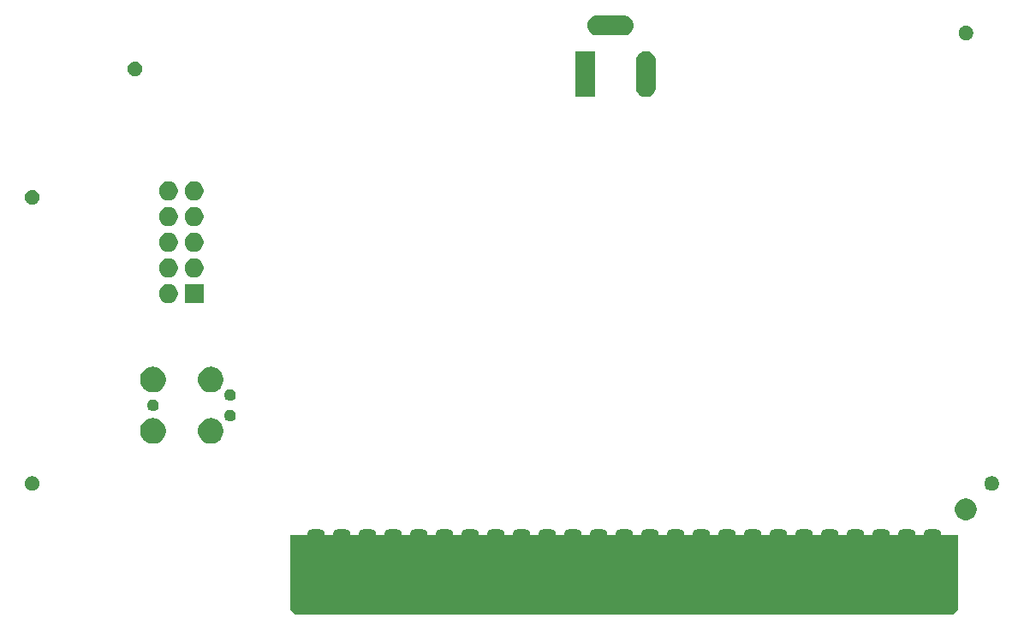
<source format=gbs>
G04 #@! TF.GenerationSoftware,KiCad,Pcbnew,(5.1.5-0-10_14)*
G04 #@! TF.CreationDate,2020-10-17T17:20:31-04:00*
G04 #@! TF.ProjectId,GR8RAM,47523852-414d-42e6-9b69-6361645f7063,rev?*
G04 #@! TF.SameCoordinates,Original*
G04 #@! TF.FileFunction,Soldermask,Bot*
G04 #@! TF.FilePolarity,Negative*
%FSLAX46Y46*%
G04 Gerber Fmt 4.6, Leading zero omitted, Abs format (unit mm)*
G04 Created by KiCad (PCBNEW (5.1.5-0-10_14)) date 2020-10-17 17:20:31*
%MOMM*%
%LPD*%
G04 APERTURE LIST*
%ADD10C,0.100000*%
G04 APERTURE END LIST*
D10*
G36*
X139700000Y-139446000D02*
G01*
X139192000Y-139954000D01*
X74168000Y-139954000D01*
X73660000Y-139446000D01*
X73660000Y-132080000D01*
X139700000Y-132080000D01*
X139700000Y-139446000D01*
G37*
G36*
X137686355Y-131543544D02*
G01*
X137758967Y-131565570D01*
X137825881Y-131601336D01*
X137884531Y-131649469D01*
X137932664Y-131708119D01*
X137968430Y-131775033D01*
X137990456Y-131847645D01*
X137998200Y-131926267D01*
X137998200Y-138837733D01*
X137990456Y-138916355D01*
X137968430Y-138988967D01*
X137932664Y-139055881D01*
X137884531Y-139114531D01*
X137825881Y-139162664D01*
X137758967Y-139198430D01*
X137686355Y-139220456D01*
X137607733Y-139228200D01*
X136712267Y-139228200D01*
X136633645Y-139220456D01*
X136561033Y-139198430D01*
X136494119Y-139162664D01*
X136435469Y-139114531D01*
X136387336Y-139055881D01*
X136351570Y-138988967D01*
X136329544Y-138916355D01*
X136321800Y-138837733D01*
X136321800Y-131926267D01*
X136329544Y-131847645D01*
X136351570Y-131775033D01*
X136387336Y-131708119D01*
X136435469Y-131649469D01*
X136494119Y-131601336D01*
X136561033Y-131565570D01*
X136633645Y-131543544D01*
X136712267Y-131535800D01*
X137607733Y-131535800D01*
X137686355Y-131543544D01*
G37*
G36*
X135146355Y-131543544D02*
G01*
X135218967Y-131565570D01*
X135285881Y-131601336D01*
X135344531Y-131649469D01*
X135392664Y-131708119D01*
X135428430Y-131775033D01*
X135450456Y-131847645D01*
X135458200Y-131926267D01*
X135458200Y-138837733D01*
X135450456Y-138916355D01*
X135428430Y-138988967D01*
X135392664Y-139055881D01*
X135344531Y-139114531D01*
X135285881Y-139162664D01*
X135218967Y-139198430D01*
X135146355Y-139220456D01*
X135067733Y-139228200D01*
X134172267Y-139228200D01*
X134093645Y-139220456D01*
X134021033Y-139198430D01*
X133954119Y-139162664D01*
X133895469Y-139114531D01*
X133847336Y-139055881D01*
X133811570Y-138988967D01*
X133789544Y-138916355D01*
X133781800Y-138837733D01*
X133781800Y-131926267D01*
X133789544Y-131847645D01*
X133811570Y-131775033D01*
X133847336Y-131708119D01*
X133895469Y-131649469D01*
X133954119Y-131601336D01*
X134021033Y-131565570D01*
X134093645Y-131543544D01*
X134172267Y-131535800D01*
X135067733Y-131535800D01*
X135146355Y-131543544D01*
G37*
G36*
X132606355Y-131543544D02*
G01*
X132678967Y-131565570D01*
X132745881Y-131601336D01*
X132804531Y-131649469D01*
X132852664Y-131708119D01*
X132888430Y-131775033D01*
X132910456Y-131847645D01*
X132918200Y-131926267D01*
X132918200Y-138837733D01*
X132910456Y-138916355D01*
X132888430Y-138988967D01*
X132852664Y-139055881D01*
X132804531Y-139114531D01*
X132745881Y-139162664D01*
X132678967Y-139198430D01*
X132606355Y-139220456D01*
X132527733Y-139228200D01*
X131632267Y-139228200D01*
X131553645Y-139220456D01*
X131481033Y-139198430D01*
X131414119Y-139162664D01*
X131355469Y-139114531D01*
X131307336Y-139055881D01*
X131271570Y-138988967D01*
X131249544Y-138916355D01*
X131241800Y-138837733D01*
X131241800Y-131926267D01*
X131249544Y-131847645D01*
X131271570Y-131775033D01*
X131307336Y-131708119D01*
X131355469Y-131649469D01*
X131414119Y-131601336D01*
X131481033Y-131565570D01*
X131553645Y-131543544D01*
X131632267Y-131535800D01*
X132527733Y-131535800D01*
X132606355Y-131543544D01*
G37*
G36*
X130066355Y-131543544D02*
G01*
X130138967Y-131565570D01*
X130205881Y-131601336D01*
X130264531Y-131649469D01*
X130312664Y-131708119D01*
X130348430Y-131775033D01*
X130370456Y-131847645D01*
X130378200Y-131926267D01*
X130378200Y-138837733D01*
X130370456Y-138916355D01*
X130348430Y-138988967D01*
X130312664Y-139055881D01*
X130264531Y-139114531D01*
X130205881Y-139162664D01*
X130138967Y-139198430D01*
X130066355Y-139220456D01*
X129987733Y-139228200D01*
X129092267Y-139228200D01*
X129013645Y-139220456D01*
X128941033Y-139198430D01*
X128874119Y-139162664D01*
X128815469Y-139114531D01*
X128767336Y-139055881D01*
X128731570Y-138988967D01*
X128709544Y-138916355D01*
X128701800Y-138837733D01*
X128701800Y-131926267D01*
X128709544Y-131847645D01*
X128731570Y-131775033D01*
X128767336Y-131708119D01*
X128815469Y-131649469D01*
X128874119Y-131601336D01*
X128941033Y-131565570D01*
X129013645Y-131543544D01*
X129092267Y-131535800D01*
X129987733Y-131535800D01*
X130066355Y-131543544D01*
G37*
G36*
X127526355Y-131543544D02*
G01*
X127598967Y-131565570D01*
X127665881Y-131601336D01*
X127724531Y-131649469D01*
X127772664Y-131708119D01*
X127808430Y-131775033D01*
X127830456Y-131847645D01*
X127838200Y-131926267D01*
X127838200Y-138837733D01*
X127830456Y-138916355D01*
X127808430Y-138988967D01*
X127772664Y-139055881D01*
X127724531Y-139114531D01*
X127665881Y-139162664D01*
X127598967Y-139198430D01*
X127526355Y-139220456D01*
X127447733Y-139228200D01*
X126552267Y-139228200D01*
X126473645Y-139220456D01*
X126401033Y-139198430D01*
X126334119Y-139162664D01*
X126275469Y-139114531D01*
X126227336Y-139055881D01*
X126191570Y-138988967D01*
X126169544Y-138916355D01*
X126161800Y-138837733D01*
X126161800Y-131926267D01*
X126169544Y-131847645D01*
X126191570Y-131775033D01*
X126227336Y-131708119D01*
X126275469Y-131649469D01*
X126334119Y-131601336D01*
X126401033Y-131565570D01*
X126473645Y-131543544D01*
X126552267Y-131535800D01*
X127447733Y-131535800D01*
X127526355Y-131543544D01*
G37*
G36*
X124986355Y-131543544D02*
G01*
X125058967Y-131565570D01*
X125125881Y-131601336D01*
X125184531Y-131649469D01*
X125232664Y-131708119D01*
X125268430Y-131775033D01*
X125290456Y-131847645D01*
X125298200Y-131926267D01*
X125298200Y-138837733D01*
X125290456Y-138916355D01*
X125268430Y-138988967D01*
X125232664Y-139055881D01*
X125184531Y-139114531D01*
X125125881Y-139162664D01*
X125058967Y-139198430D01*
X124986355Y-139220456D01*
X124907733Y-139228200D01*
X124012267Y-139228200D01*
X123933645Y-139220456D01*
X123861033Y-139198430D01*
X123794119Y-139162664D01*
X123735469Y-139114531D01*
X123687336Y-139055881D01*
X123651570Y-138988967D01*
X123629544Y-138916355D01*
X123621800Y-138837733D01*
X123621800Y-131926267D01*
X123629544Y-131847645D01*
X123651570Y-131775033D01*
X123687336Y-131708119D01*
X123735469Y-131649469D01*
X123794119Y-131601336D01*
X123861033Y-131565570D01*
X123933645Y-131543544D01*
X124012267Y-131535800D01*
X124907733Y-131535800D01*
X124986355Y-131543544D01*
G37*
G36*
X122446355Y-131543544D02*
G01*
X122518967Y-131565570D01*
X122585881Y-131601336D01*
X122644531Y-131649469D01*
X122692664Y-131708119D01*
X122728430Y-131775033D01*
X122750456Y-131847645D01*
X122758200Y-131926267D01*
X122758200Y-138837733D01*
X122750456Y-138916355D01*
X122728430Y-138988967D01*
X122692664Y-139055881D01*
X122644531Y-139114531D01*
X122585881Y-139162664D01*
X122518967Y-139198430D01*
X122446355Y-139220456D01*
X122367733Y-139228200D01*
X121472267Y-139228200D01*
X121393645Y-139220456D01*
X121321033Y-139198430D01*
X121254119Y-139162664D01*
X121195469Y-139114531D01*
X121147336Y-139055881D01*
X121111570Y-138988967D01*
X121089544Y-138916355D01*
X121081800Y-138837733D01*
X121081800Y-131926267D01*
X121089544Y-131847645D01*
X121111570Y-131775033D01*
X121147336Y-131708119D01*
X121195469Y-131649469D01*
X121254119Y-131601336D01*
X121321033Y-131565570D01*
X121393645Y-131543544D01*
X121472267Y-131535800D01*
X122367733Y-131535800D01*
X122446355Y-131543544D01*
G37*
G36*
X119906355Y-131543544D02*
G01*
X119978967Y-131565570D01*
X120045881Y-131601336D01*
X120104531Y-131649469D01*
X120152664Y-131708119D01*
X120188430Y-131775033D01*
X120210456Y-131847645D01*
X120218200Y-131926267D01*
X120218200Y-138837733D01*
X120210456Y-138916355D01*
X120188430Y-138988967D01*
X120152664Y-139055881D01*
X120104531Y-139114531D01*
X120045881Y-139162664D01*
X119978967Y-139198430D01*
X119906355Y-139220456D01*
X119827733Y-139228200D01*
X118932267Y-139228200D01*
X118853645Y-139220456D01*
X118781033Y-139198430D01*
X118714119Y-139162664D01*
X118655469Y-139114531D01*
X118607336Y-139055881D01*
X118571570Y-138988967D01*
X118549544Y-138916355D01*
X118541800Y-138837733D01*
X118541800Y-131926267D01*
X118549544Y-131847645D01*
X118571570Y-131775033D01*
X118607336Y-131708119D01*
X118655469Y-131649469D01*
X118714119Y-131601336D01*
X118781033Y-131565570D01*
X118853645Y-131543544D01*
X118932267Y-131535800D01*
X119827733Y-131535800D01*
X119906355Y-131543544D01*
G37*
G36*
X117366355Y-131543544D02*
G01*
X117438967Y-131565570D01*
X117505881Y-131601336D01*
X117564531Y-131649469D01*
X117612664Y-131708119D01*
X117648430Y-131775033D01*
X117670456Y-131847645D01*
X117678200Y-131926267D01*
X117678200Y-138837733D01*
X117670456Y-138916355D01*
X117648430Y-138988967D01*
X117612664Y-139055881D01*
X117564531Y-139114531D01*
X117505881Y-139162664D01*
X117438967Y-139198430D01*
X117366355Y-139220456D01*
X117287733Y-139228200D01*
X116392267Y-139228200D01*
X116313645Y-139220456D01*
X116241033Y-139198430D01*
X116174119Y-139162664D01*
X116115469Y-139114531D01*
X116067336Y-139055881D01*
X116031570Y-138988967D01*
X116009544Y-138916355D01*
X116001800Y-138837733D01*
X116001800Y-131926267D01*
X116009544Y-131847645D01*
X116031570Y-131775033D01*
X116067336Y-131708119D01*
X116115469Y-131649469D01*
X116174119Y-131601336D01*
X116241033Y-131565570D01*
X116313645Y-131543544D01*
X116392267Y-131535800D01*
X117287733Y-131535800D01*
X117366355Y-131543544D01*
G37*
G36*
X114826355Y-131543544D02*
G01*
X114898967Y-131565570D01*
X114965881Y-131601336D01*
X115024531Y-131649469D01*
X115072664Y-131708119D01*
X115108430Y-131775033D01*
X115130456Y-131847645D01*
X115138200Y-131926267D01*
X115138200Y-138837733D01*
X115130456Y-138916355D01*
X115108430Y-138988967D01*
X115072664Y-139055881D01*
X115024531Y-139114531D01*
X114965881Y-139162664D01*
X114898967Y-139198430D01*
X114826355Y-139220456D01*
X114747733Y-139228200D01*
X113852267Y-139228200D01*
X113773645Y-139220456D01*
X113701033Y-139198430D01*
X113634119Y-139162664D01*
X113575469Y-139114531D01*
X113527336Y-139055881D01*
X113491570Y-138988967D01*
X113469544Y-138916355D01*
X113461800Y-138837733D01*
X113461800Y-131926267D01*
X113469544Y-131847645D01*
X113491570Y-131775033D01*
X113527336Y-131708119D01*
X113575469Y-131649469D01*
X113634119Y-131601336D01*
X113701033Y-131565570D01*
X113773645Y-131543544D01*
X113852267Y-131535800D01*
X114747733Y-131535800D01*
X114826355Y-131543544D01*
G37*
G36*
X112286355Y-131543544D02*
G01*
X112358967Y-131565570D01*
X112425881Y-131601336D01*
X112484531Y-131649469D01*
X112532664Y-131708119D01*
X112568430Y-131775033D01*
X112590456Y-131847645D01*
X112598200Y-131926267D01*
X112598200Y-138837733D01*
X112590456Y-138916355D01*
X112568430Y-138988967D01*
X112532664Y-139055881D01*
X112484531Y-139114531D01*
X112425881Y-139162664D01*
X112358967Y-139198430D01*
X112286355Y-139220456D01*
X112207733Y-139228200D01*
X111312267Y-139228200D01*
X111233645Y-139220456D01*
X111161033Y-139198430D01*
X111094119Y-139162664D01*
X111035469Y-139114531D01*
X110987336Y-139055881D01*
X110951570Y-138988967D01*
X110929544Y-138916355D01*
X110921800Y-138837733D01*
X110921800Y-131926267D01*
X110929544Y-131847645D01*
X110951570Y-131775033D01*
X110987336Y-131708119D01*
X111035469Y-131649469D01*
X111094119Y-131601336D01*
X111161033Y-131565570D01*
X111233645Y-131543544D01*
X111312267Y-131535800D01*
X112207733Y-131535800D01*
X112286355Y-131543544D01*
G37*
G36*
X109746355Y-131543544D02*
G01*
X109818967Y-131565570D01*
X109885881Y-131601336D01*
X109944531Y-131649469D01*
X109992664Y-131708119D01*
X110028430Y-131775033D01*
X110050456Y-131847645D01*
X110058200Y-131926267D01*
X110058200Y-138837733D01*
X110050456Y-138916355D01*
X110028430Y-138988967D01*
X109992664Y-139055881D01*
X109944531Y-139114531D01*
X109885881Y-139162664D01*
X109818967Y-139198430D01*
X109746355Y-139220456D01*
X109667733Y-139228200D01*
X108772267Y-139228200D01*
X108693645Y-139220456D01*
X108621033Y-139198430D01*
X108554119Y-139162664D01*
X108495469Y-139114531D01*
X108447336Y-139055881D01*
X108411570Y-138988967D01*
X108389544Y-138916355D01*
X108381800Y-138837733D01*
X108381800Y-131926267D01*
X108389544Y-131847645D01*
X108411570Y-131775033D01*
X108447336Y-131708119D01*
X108495469Y-131649469D01*
X108554119Y-131601336D01*
X108621033Y-131565570D01*
X108693645Y-131543544D01*
X108772267Y-131535800D01*
X109667733Y-131535800D01*
X109746355Y-131543544D01*
G37*
G36*
X107206355Y-131543544D02*
G01*
X107278967Y-131565570D01*
X107345881Y-131601336D01*
X107404531Y-131649469D01*
X107452664Y-131708119D01*
X107488430Y-131775033D01*
X107510456Y-131847645D01*
X107518200Y-131926267D01*
X107518200Y-138837733D01*
X107510456Y-138916355D01*
X107488430Y-138988967D01*
X107452664Y-139055881D01*
X107404531Y-139114531D01*
X107345881Y-139162664D01*
X107278967Y-139198430D01*
X107206355Y-139220456D01*
X107127733Y-139228200D01*
X106232267Y-139228200D01*
X106153645Y-139220456D01*
X106081033Y-139198430D01*
X106014119Y-139162664D01*
X105955469Y-139114531D01*
X105907336Y-139055881D01*
X105871570Y-138988967D01*
X105849544Y-138916355D01*
X105841800Y-138837733D01*
X105841800Y-131926267D01*
X105849544Y-131847645D01*
X105871570Y-131775033D01*
X105907336Y-131708119D01*
X105955469Y-131649469D01*
X106014119Y-131601336D01*
X106081033Y-131565570D01*
X106153645Y-131543544D01*
X106232267Y-131535800D01*
X107127733Y-131535800D01*
X107206355Y-131543544D01*
G37*
G36*
X104666355Y-131543544D02*
G01*
X104738967Y-131565570D01*
X104805881Y-131601336D01*
X104864531Y-131649469D01*
X104912664Y-131708119D01*
X104948430Y-131775033D01*
X104970456Y-131847645D01*
X104978200Y-131926267D01*
X104978200Y-138837733D01*
X104970456Y-138916355D01*
X104948430Y-138988967D01*
X104912664Y-139055881D01*
X104864531Y-139114531D01*
X104805881Y-139162664D01*
X104738967Y-139198430D01*
X104666355Y-139220456D01*
X104587733Y-139228200D01*
X103692267Y-139228200D01*
X103613645Y-139220456D01*
X103541033Y-139198430D01*
X103474119Y-139162664D01*
X103415469Y-139114531D01*
X103367336Y-139055881D01*
X103331570Y-138988967D01*
X103309544Y-138916355D01*
X103301800Y-138837733D01*
X103301800Y-131926267D01*
X103309544Y-131847645D01*
X103331570Y-131775033D01*
X103367336Y-131708119D01*
X103415469Y-131649469D01*
X103474119Y-131601336D01*
X103541033Y-131565570D01*
X103613645Y-131543544D01*
X103692267Y-131535800D01*
X104587733Y-131535800D01*
X104666355Y-131543544D01*
G37*
G36*
X102126355Y-131543544D02*
G01*
X102198967Y-131565570D01*
X102265881Y-131601336D01*
X102324531Y-131649469D01*
X102372664Y-131708119D01*
X102408430Y-131775033D01*
X102430456Y-131847645D01*
X102438200Y-131926267D01*
X102438200Y-138837733D01*
X102430456Y-138916355D01*
X102408430Y-138988967D01*
X102372664Y-139055881D01*
X102324531Y-139114531D01*
X102265881Y-139162664D01*
X102198967Y-139198430D01*
X102126355Y-139220456D01*
X102047733Y-139228200D01*
X101152267Y-139228200D01*
X101073645Y-139220456D01*
X101001033Y-139198430D01*
X100934119Y-139162664D01*
X100875469Y-139114531D01*
X100827336Y-139055881D01*
X100791570Y-138988967D01*
X100769544Y-138916355D01*
X100761800Y-138837733D01*
X100761800Y-131926267D01*
X100769544Y-131847645D01*
X100791570Y-131775033D01*
X100827336Y-131708119D01*
X100875469Y-131649469D01*
X100934119Y-131601336D01*
X101001033Y-131565570D01*
X101073645Y-131543544D01*
X101152267Y-131535800D01*
X102047733Y-131535800D01*
X102126355Y-131543544D01*
G37*
G36*
X99586355Y-131543544D02*
G01*
X99658967Y-131565570D01*
X99725881Y-131601336D01*
X99784531Y-131649469D01*
X99832664Y-131708119D01*
X99868430Y-131775033D01*
X99890456Y-131847645D01*
X99898200Y-131926267D01*
X99898200Y-138837733D01*
X99890456Y-138916355D01*
X99868430Y-138988967D01*
X99832664Y-139055881D01*
X99784531Y-139114531D01*
X99725881Y-139162664D01*
X99658967Y-139198430D01*
X99586355Y-139220456D01*
X99507733Y-139228200D01*
X98612267Y-139228200D01*
X98533645Y-139220456D01*
X98461033Y-139198430D01*
X98394119Y-139162664D01*
X98335469Y-139114531D01*
X98287336Y-139055881D01*
X98251570Y-138988967D01*
X98229544Y-138916355D01*
X98221800Y-138837733D01*
X98221800Y-131926267D01*
X98229544Y-131847645D01*
X98251570Y-131775033D01*
X98287336Y-131708119D01*
X98335469Y-131649469D01*
X98394119Y-131601336D01*
X98461033Y-131565570D01*
X98533645Y-131543544D01*
X98612267Y-131535800D01*
X99507733Y-131535800D01*
X99586355Y-131543544D01*
G37*
G36*
X97046355Y-131543544D02*
G01*
X97118967Y-131565570D01*
X97185881Y-131601336D01*
X97244531Y-131649469D01*
X97292664Y-131708119D01*
X97328430Y-131775033D01*
X97350456Y-131847645D01*
X97358200Y-131926267D01*
X97358200Y-138837733D01*
X97350456Y-138916355D01*
X97328430Y-138988967D01*
X97292664Y-139055881D01*
X97244531Y-139114531D01*
X97185881Y-139162664D01*
X97118967Y-139198430D01*
X97046355Y-139220456D01*
X96967733Y-139228200D01*
X96072267Y-139228200D01*
X95993645Y-139220456D01*
X95921033Y-139198430D01*
X95854119Y-139162664D01*
X95795469Y-139114531D01*
X95747336Y-139055881D01*
X95711570Y-138988967D01*
X95689544Y-138916355D01*
X95681800Y-138837733D01*
X95681800Y-131926267D01*
X95689544Y-131847645D01*
X95711570Y-131775033D01*
X95747336Y-131708119D01*
X95795469Y-131649469D01*
X95854119Y-131601336D01*
X95921033Y-131565570D01*
X95993645Y-131543544D01*
X96072267Y-131535800D01*
X96967733Y-131535800D01*
X97046355Y-131543544D01*
G37*
G36*
X94506355Y-131543544D02*
G01*
X94578967Y-131565570D01*
X94645881Y-131601336D01*
X94704531Y-131649469D01*
X94752664Y-131708119D01*
X94788430Y-131775033D01*
X94810456Y-131847645D01*
X94818200Y-131926267D01*
X94818200Y-138837733D01*
X94810456Y-138916355D01*
X94788430Y-138988967D01*
X94752664Y-139055881D01*
X94704531Y-139114531D01*
X94645881Y-139162664D01*
X94578967Y-139198430D01*
X94506355Y-139220456D01*
X94427733Y-139228200D01*
X93532267Y-139228200D01*
X93453645Y-139220456D01*
X93381033Y-139198430D01*
X93314119Y-139162664D01*
X93255469Y-139114531D01*
X93207336Y-139055881D01*
X93171570Y-138988967D01*
X93149544Y-138916355D01*
X93141800Y-138837733D01*
X93141800Y-131926267D01*
X93149544Y-131847645D01*
X93171570Y-131775033D01*
X93207336Y-131708119D01*
X93255469Y-131649469D01*
X93314119Y-131601336D01*
X93381033Y-131565570D01*
X93453645Y-131543544D01*
X93532267Y-131535800D01*
X94427733Y-131535800D01*
X94506355Y-131543544D01*
G37*
G36*
X91966355Y-131543544D02*
G01*
X92038967Y-131565570D01*
X92105881Y-131601336D01*
X92164531Y-131649469D01*
X92212664Y-131708119D01*
X92248430Y-131775033D01*
X92270456Y-131847645D01*
X92278200Y-131926267D01*
X92278200Y-138837733D01*
X92270456Y-138916355D01*
X92248430Y-138988967D01*
X92212664Y-139055881D01*
X92164531Y-139114531D01*
X92105881Y-139162664D01*
X92038967Y-139198430D01*
X91966355Y-139220456D01*
X91887733Y-139228200D01*
X90992267Y-139228200D01*
X90913645Y-139220456D01*
X90841033Y-139198430D01*
X90774119Y-139162664D01*
X90715469Y-139114531D01*
X90667336Y-139055881D01*
X90631570Y-138988967D01*
X90609544Y-138916355D01*
X90601800Y-138837733D01*
X90601800Y-131926267D01*
X90609544Y-131847645D01*
X90631570Y-131775033D01*
X90667336Y-131708119D01*
X90715469Y-131649469D01*
X90774119Y-131601336D01*
X90841033Y-131565570D01*
X90913645Y-131543544D01*
X90992267Y-131535800D01*
X91887733Y-131535800D01*
X91966355Y-131543544D01*
G37*
G36*
X89426355Y-131543544D02*
G01*
X89498967Y-131565570D01*
X89565881Y-131601336D01*
X89624531Y-131649469D01*
X89672664Y-131708119D01*
X89708430Y-131775033D01*
X89730456Y-131847645D01*
X89738200Y-131926267D01*
X89738200Y-138837733D01*
X89730456Y-138916355D01*
X89708430Y-138988967D01*
X89672664Y-139055881D01*
X89624531Y-139114531D01*
X89565881Y-139162664D01*
X89498967Y-139198430D01*
X89426355Y-139220456D01*
X89347733Y-139228200D01*
X88452267Y-139228200D01*
X88373645Y-139220456D01*
X88301033Y-139198430D01*
X88234119Y-139162664D01*
X88175469Y-139114531D01*
X88127336Y-139055881D01*
X88091570Y-138988967D01*
X88069544Y-138916355D01*
X88061800Y-138837733D01*
X88061800Y-131926267D01*
X88069544Y-131847645D01*
X88091570Y-131775033D01*
X88127336Y-131708119D01*
X88175469Y-131649469D01*
X88234119Y-131601336D01*
X88301033Y-131565570D01*
X88373645Y-131543544D01*
X88452267Y-131535800D01*
X89347733Y-131535800D01*
X89426355Y-131543544D01*
G37*
G36*
X86886355Y-131543544D02*
G01*
X86958967Y-131565570D01*
X87025881Y-131601336D01*
X87084531Y-131649469D01*
X87132664Y-131708119D01*
X87168430Y-131775033D01*
X87190456Y-131847645D01*
X87198200Y-131926267D01*
X87198200Y-138837733D01*
X87190456Y-138916355D01*
X87168430Y-138988967D01*
X87132664Y-139055881D01*
X87084531Y-139114531D01*
X87025881Y-139162664D01*
X86958967Y-139198430D01*
X86886355Y-139220456D01*
X86807733Y-139228200D01*
X85912267Y-139228200D01*
X85833645Y-139220456D01*
X85761033Y-139198430D01*
X85694119Y-139162664D01*
X85635469Y-139114531D01*
X85587336Y-139055881D01*
X85551570Y-138988967D01*
X85529544Y-138916355D01*
X85521800Y-138837733D01*
X85521800Y-131926267D01*
X85529544Y-131847645D01*
X85551570Y-131775033D01*
X85587336Y-131708119D01*
X85635469Y-131649469D01*
X85694119Y-131601336D01*
X85761033Y-131565570D01*
X85833645Y-131543544D01*
X85912267Y-131535800D01*
X86807733Y-131535800D01*
X86886355Y-131543544D01*
G37*
G36*
X84346355Y-131543544D02*
G01*
X84418967Y-131565570D01*
X84485881Y-131601336D01*
X84544531Y-131649469D01*
X84592664Y-131708119D01*
X84628430Y-131775033D01*
X84650456Y-131847645D01*
X84658200Y-131926267D01*
X84658200Y-138837733D01*
X84650456Y-138916355D01*
X84628430Y-138988967D01*
X84592664Y-139055881D01*
X84544531Y-139114531D01*
X84485881Y-139162664D01*
X84418967Y-139198430D01*
X84346355Y-139220456D01*
X84267733Y-139228200D01*
X83372267Y-139228200D01*
X83293645Y-139220456D01*
X83221033Y-139198430D01*
X83154119Y-139162664D01*
X83095469Y-139114531D01*
X83047336Y-139055881D01*
X83011570Y-138988967D01*
X82989544Y-138916355D01*
X82981800Y-138837733D01*
X82981800Y-131926267D01*
X82989544Y-131847645D01*
X83011570Y-131775033D01*
X83047336Y-131708119D01*
X83095469Y-131649469D01*
X83154119Y-131601336D01*
X83221033Y-131565570D01*
X83293645Y-131543544D01*
X83372267Y-131535800D01*
X84267733Y-131535800D01*
X84346355Y-131543544D01*
G37*
G36*
X81806355Y-131543544D02*
G01*
X81878967Y-131565570D01*
X81945881Y-131601336D01*
X82004531Y-131649469D01*
X82052664Y-131708119D01*
X82088430Y-131775033D01*
X82110456Y-131847645D01*
X82118200Y-131926267D01*
X82118200Y-138837733D01*
X82110456Y-138916355D01*
X82088430Y-138988967D01*
X82052664Y-139055881D01*
X82004531Y-139114531D01*
X81945881Y-139162664D01*
X81878967Y-139198430D01*
X81806355Y-139220456D01*
X81727733Y-139228200D01*
X80832267Y-139228200D01*
X80753645Y-139220456D01*
X80681033Y-139198430D01*
X80614119Y-139162664D01*
X80555469Y-139114531D01*
X80507336Y-139055881D01*
X80471570Y-138988967D01*
X80449544Y-138916355D01*
X80441800Y-138837733D01*
X80441800Y-131926267D01*
X80449544Y-131847645D01*
X80471570Y-131775033D01*
X80507336Y-131708119D01*
X80555469Y-131649469D01*
X80614119Y-131601336D01*
X80681033Y-131565570D01*
X80753645Y-131543544D01*
X80832267Y-131535800D01*
X81727733Y-131535800D01*
X81806355Y-131543544D01*
G37*
G36*
X79266355Y-131543544D02*
G01*
X79338967Y-131565570D01*
X79405881Y-131601336D01*
X79464531Y-131649469D01*
X79512664Y-131708119D01*
X79548430Y-131775033D01*
X79570456Y-131847645D01*
X79578200Y-131926267D01*
X79578200Y-138837733D01*
X79570456Y-138916355D01*
X79548430Y-138988967D01*
X79512664Y-139055881D01*
X79464531Y-139114531D01*
X79405881Y-139162664D01*
X79338967Y-139198430D01*
X79266355Y-139220456D01*
X79187733Y-139228200D01*
X78292267Y-139228200D01*
X78213645Y-139220456D01*
X78141033Y-139198430D01*
X78074119Y-139162664D01*
X78015469Y-139114531D01*
X77967336Y-139055881D01*
X77931570Y-138988967D01*
X77909544Y-138916355D01*
X77901800Y-138837733D01*
X77901800Y-131926267D01*
X77909544Y-131847645D01*
X77931570Y-131775033D01*
X77967336Y-131708119D01*
X78015469Y-131649469D01*
X78074119Y-131601336D01*
X78141033Y-131565570D01*
X78213645Y-131543544D01*
X78292267Y-131535800D01*
X79187733Y-131535800D01*
X79266355Y-131543544D01*
G37*
G36*
X76726355Y-131543544D02*
G01*
X76798967Y-131565570D01*
X76865881Y-131601336D01*
X76924531Y-131649469D01*
X76972664Y-131708119D01*
X77008430Y-131775033D01*
X77030456Y-131847645D01*
X77038200Y-131926267D01*
X77038200Y-138837733D01*
X77030456Y-138916355D01*
X77008430Y-138988967D01*
X76972664Y-139055881D01*
X76924531Y-139114531D01*
X76865881Y-139162664D01*
X76798967Y-139198430D01*
X76726355Y-139220456D01*
X76647733Y-139228200D01*
X75752267Y-139228200D01*
X75673645Y-139220456D01*
X75601033Y-139198430D01*
X75534119Y-139162664D01*
X75475469Y-139114531D01*
X75427336Y-139055881D01*
X75391570Y-138988967D01*
X75369544Y-138916355D01*
X75361800Y-138837733D01*
X75361800Y-131926267D01*
X75369544Y-131847645D01*
X75391570Y-131775033D01*
X75427336Y-131708119D01*
X75475469Y-131649469D01*
X75534119Y-131601336D01*
X75601033Y-131565570D01*
X75673645Y-131543544D01*
X75752267Y-131535800D01*
X76647733Y-131535800D01*
X76726355Y-131543544D01*
G37*
G36*
X140775914Y-128505157D02*
G01*
X140971777Y-128586286D01*
X141148033Y-128704057D01*
X141297943Y-128853967D01*
X141415714Y-129030223D01*
X141496843Y-129226086D01*
X141538200Y-129434004D01*
X141538200Y-129645996D01*
X141496843Y-129853914D01*
X141415714Y-130049777D01*
X141297943Y-130226033D01*
X141148033Y-130375943D01*
X140971777Y-130493714D01*
X140775914Y-130574843D01*
X140567996Y-130616200D01*
X140356004Y-130616200D01*
X140148086Y-130574843D01*
X139952223Y-130493714D01*
X139775967Y-130375943D01*
X139626057Y-130226033D01*
X139508286Y-130049777D01*
X139427157Y-129853914D01*
X139385800Y-129645996D01*
X139385800Y-129434004D01*
X139427157Y-129226086D01*
X139508286Y-129030223D01*
X139626057Y-128853967D01*
X139775967Y-128704057D01*
X139952223Y-128586286D01*
X140148086Y-128505157D01*
X140356004Y-128463800D01*
X140567996Y-128463800D01*
X140775914Y-128505157D01*
G37*
G36*
X48250933Y-126285274D02*
G01*
X48344185Y-126303823D01*
X48475939Y-126358398D01*
X48475940Y-126358399D01*
X48475943Y-126358400D01*
X48594523Y-126437633D01*
X48695367Y-126538477D01*
X48774600Y-126657057D01*
X48774601Y-126657060D01*
X48774602Y-126657061D01*
X48829177Y-126788815D01*
X48857000Y-126928693D01*
X48857000Y-127071307D01*
X48829177Y-127211185D01*
X48774602Y-127342939D01*
X48774600Y-127342943D01*
X48695367Y-127461523D01*
X48594523Y-127562367D01*
X48475943Y-127641600D01*
X48475940Y-127641601D01*
X48475939Y-127641602D01*
X48344185Y-127696177D01*
X48250933Y-127714726D01*
X48204308Y-127724000D01*
X48061692Y-127724000D01*
X48015067Y-127714726D01*
X47921815Y-127696177D01*
X47790061Y-127641602D01*
X47790060Y-127641601D01*
X47790057Y-127641600D01*
X47671477Y-127562367D01*
X47570633Y-127461523D01*
X47491400Y-127342943D01*
X47491398Y-127342939D01*
X47436823Y-127211185D01*
X47409000Y-127071307D01*
X47409000Y-126928693D01*
X47436823Y-126788815D01*
X47491398Y-126657061D01*
X47491399Y-126657060D01*
X47491400Y-126657057D01*
X47570633Y-126538477D01*
X47671477Y-126437633D01*
X47790057Y-126358400D01*
X47790060Y-126358399D01*
X47790061Y-126358398D01*
X47921815Y-126303823D01*
X48015067Y-126285274D01*
X48061692Y-126276000D01*
X48204308Y-126276000D01*
X48250933Y-126285274D01*
G37*
G36*
X143119933Y-126285274D02*
G01*
X143213185Y-126303823D01*
X143344939Y-126358398D01*
X143344940Y-126358399D01*
X143344943Y-126358400D01*
X143463523Y-126437633D01*
X143564367Y-126538477D01*
X143643600Y-126657057D01*
X143643601Y-126657060D01*
X143643602Y-126657061D01*
X143698177Y-126788815D01*
X143726000Y-126928693D01*
X143726000Y-127071307D01*
X143698177Y-127211185D01*
X143643602Y-127342939D01*
X143643600Y-127342943D01*
X143564367Y-127461523D01*
X143463523Y-127562367D01*
X143344943Y-127641600D01*
X143344940Y-127641601D01*
X143344939Y-127641602D01*
X143213185Y-127696177D01*
X143119933Y-127714726D01*
X143073308Y-127724000D01*
X142930692Y-127724000D01*
X142884067Y-127714726D01*
X142790815Y-127696177D01*
X142659061Y-127641602D01*
X142659060Y-127641601D01*
X142659057Y-127641600D01*
X142540477Y-127562367D01*
X142439633Y-127461523D01*
X142360400Y-127342943D01*
X142360398Y-127342939D01*
X142305823Y-127211185D01*
X142278000Y-127071307D01*
X142278000Y-126928693D01*
X142305823Y-126788815D01*
X142360398Y-126657061D01*
X142360399Y-126657060D01*
X142360400Y-126657057D01*
X142439633Y-126538477D01*
X142540477Y-126437633D01*
X142659057Y-126358400D01*
X142659060Y-126358399D01*
X142659061Y-126358398D01*
X142790815Y-126303823D01*
X142884067Y-126285274D01*
X142930692Y-126276000D01*
X143073308Y-126276000D01*
X143119933Y-126285274D01*
G37*
G36*
X60222503Y-120534729D02*
G01*
X60439596Y-120577911D01*
X60669564Y-120673167D01*
X60876525Y-120811455D01*
X60876527Y-120811457D01*
X60876530Y-120811459D01*
X61052541Y-120987470D01*
X61052543Y-120987473D01*
X61052545Y-120987475D01*
X61190833Y-121194436D01*
X61286089Y-121424404D01*
X61334650Y-121668542D01*
X61334650Y-121917458D01*
X61286089Y-122161596D01*
X61190833Y-122391564D01*
X61052545Y-122598525D01*
X61052543Y-122598527D01*
X61052541Y-122598530D01*
X60876530Y-122774541D01*
X60876527Y-122774543D01*
X60876525Y-122774545D01*
X60669564Y-122912833D01*
X60439596Y-123008089D01*
X60222503Y-123051271D01*
X60195459Y-123056650D01*
X59946541Y-123056650D01*
X59919497Y-123051271D01*
X59702404Y-123008089D01*
X59472436Y-122912833D01*
X59265475Y-122774545D01*
X59265473Y-122774543D01*
X59265470Y-122774541D01*
X59089459Y-122598530D01*
X59089457Y-122598527D01*
X59089455Y-122598525D01*
X58951167Y-122391564D01*
X58855911Y-122161596D01*
X58807350Y-121917458D01*
X58807350Y-121668542D01*
X58855911Y-121424404D01*
X58951167Y-121194436D01*
X59089455Y-120987475D01*
X59089457Y-120987473D01*
X59089459Y-120987470D01*
X59265470Y-120811459D01*
X59265473Y-120811457D01*
X59265475Y-120811455D01*
X59472436Y-120673167D01*
X59702404Y-120577911D01*
X59919497Y-120534729D01*
X59946541Y-120529350D01*
X60195459Y-120529350D01*
X60222503Y-120534729D01*
G37*
G36*
X65937503Y-120534729D02*
G01*
X66154596Y-120577911D01*
X66384564Y-120673167D01*
X66591525Y-120811455D01*
X66591527Y-120811457D01*
X66591530Y-120811459D01*
X66767541Y-120987470D01*
X66767543Y-120987473D01*
X66767545Y-120987475D01*
X66905833Y-121194436D01*
X67001089Y-121424404D01*
X67049650Y-121668542D01*
X67049650Y-121917458D01*
X67001089Y-122161596D01*
X66905833Y-122391564D01*
X66767545Y-122598525D01*
X66767543Y-122598527D01*
X66767541Y-122598530D01*
X66591530Y-122774541D01*
X66591527Y-122774543D01*
X66591525Y-122774545D01*
X66384564Y-122912833D01*
X66154596Y-123008089D01*
X65937503Y-123051271D01*
X65910459Y-123056650D01*
X65661541Y-123056650D01*
X65634497Y-123051271D01*
X65417404Y-123008089D01*
X65187436Y-122912833D01*
X64980475Y-122774545D01*
X64980473Y-122774543D01*
X64980470Y-122774541D01*
X64804459Y-122598530D01*
X64804457Y-122598527D01*
X64804455Y-122598525D01*
X64666167Y-122391564D01*
X64570911Y-122161596D01*
X64522350Y-121917458D01*
X64522350Y-121668542D01*
X64570911Y-121424404D01*
X64666167Y-121194436D01*
X64804455Y-120987475D01*
X64804457Y-120987473D01*
X64804459Y-120987470D01*
X64980470Y-120811459D01*
X64980473Y-120811457D01*
X64980475Y-120811455D01*
X65187436Y-120673167D01*
X65417404Y-120577911D01*
X65634497Y-120534729D01*
X65661541Y-120529350D01*
X65910459Y-120529350D01*
X65937503Y-120534729D01*
G37*
G36*
X67784092Y-119704821D02*
G01*
X67857702Y-119719463D01*
X67938145Y-119752784D01*
X67961707Y-119762543D01*
X68055310Y-119825087D01*
X68134913Y-119904690D01*
X68197457Y-119998293D01*
X68197458Y-119998296D01*
X68240537Y-120102298D01*
X68262500Y-120212713D01*
X68262500Y-120325287D01*
X68240537Y-120435702D01*
X68207216Y-120516145D01*
X68197457Y-120539707D01*
X68134913Y-120633310D01*
X68055310Y-120712913D01*
X67961707Y-120775457D01*
X67938145Y-120785216D01*
X67857702Y-120818537D01*
X67784092Y-120833179D01*
X67747288Y-120840500D01*
X67634712Y-120840500D01*
X67597908Y-120833179D01*
X67524298Y-120818537D01*
X67443855Y-120785216D01*
X67420293Y-120775457D01*
X67326690Y-120712913D01*
X67247087Y-120633310D01*
X67184543Y-120539707D01*
X67174784Y-120516145D01*
X67141463Y-120435702D01*
X67119500Y-120325287D01*
X67119500Y-120212713D01*
X67141463Y-120102298D01*
X67184542Y-119998296D01*
X67184543Y-119998293D01*
X67247087Y-119904690D01*
X67326690Y-119825087D01*
X67420293Y-119762543D01*
X67443855Y-119752784D01*
X67524298Y-119719463D01*
X67597908Y-119704821D01*
X67634712Y-119697500D01*
X67747288Y-119697500D01*
X67784092Y-119704821D01*
G37*
G36*
X60164092Y-118688821D02*
G01*
X60237702Y-118703463D01*
X60318145Y-118736784D01*
X60341707Y-118746543D01*
X60435310Y-118809087D01*
X60514913Y-118888690D01*
X60577457Y-118982293D01*
X60577458Y-118982296D01*
X60620537Y-119086298D01*
X60642500Y-119196713D01*
X60642500Y-119309287D01*
X60620537Y-119419702D01*
X60587216Y-119500145D01*
X60577457Y-119523707D01*
X60514913Y-119617310D01*
X60435310Y-119696913D01*
X60341707Y-119759457D01*
X60318145Y-119769216D01*
X60237702Y-119802537D01*
X60164092Y-119817179D01*
X60127288Y-119824500D01*
X60014712Y-119824500D01*
X59977908Y-119817179D01*
X59904298Y-119802537D01*
X59823855Y-119769216D01*
X59800293Y-119759457D01*
X59706690Y-119696913D01*
X59627087Y-119617310D01*
X59564543Y-119523707D01*
X59554784Y-119500145D01*
X59521463Y-119419702D01*
X59499500Y-119309287D01*
X59499500Y-119196713D01*
X59521463Y-119086298D01*
X59564542Y-118982296D01*
X59564543Y-118982293D01*
X59627087Y-118888690D01*
X59706690Y-118809087D01*
X59800293Y-118746543D01*
X59823855Y-118736784D01*
X59904298Y-118703463D01*
X59977908Y-118688821D01*
X60014712Y-118681500D01*
X60127288Y-118681500D01*
X60164092Y-118688821D01*
G37*
G36*
X67784092Y-117672821D02*
G01*
X67857702Y-117687463D01*
X67938145Y-117720784D01*
X67961707Y-117730543D01*
X68055310Y-117793087D01*
X68134913Y-117872690D01*
X68197457Y-117966293D01*
X68197458Y-117966296D01*
X68240537Y-118070298D01*
X68262500Y-118180713D01*
X68262500Y-118293287D01*
X68240537Y-118403702D01*
X68207216Y-118484145D01*
X68197457Y-118507707D01*
X68134913Y-118601310D01*
X68055310Y-118680913D01*
X67961707Y-118743457D01*
X67938145Y-118753216D01*
X67857702Y-118786537D01*
X67784092Y-118801179D01*
X67747288Y-118808500D01*
X67634712Y-118808500D01*
X67597908Y-118801179D01*
X67524298Y-118786537D01*
X67443855Y-118753216D01*
X67420293Y-118743457D01*
X67326690Y-118680913D01*
X67247087Y-118601310D01*
X67184543Y-118507707D01*
X67174784Y-118484145D01*
X67141463Y-118403702D01*
X67119500Y-118293287D01*
X67119500Y-118180713D01*
X67141463Y-118070298D01*
X67184542Y-117966296D01*
X67184543Y-117966293D01*
X67247087Y-117872690D01*
X67326690Y-117793087D01*
X67420293Y-117730543D01*
X67443855Y-117720784D01*
X67524298Y-117687463D01*
X67597908Y-117672821D01*
X67634712Y-117665500D01*
X67747288Y-117665500D01*
X67784092Y-117672821D01*
G37*
G36*
X60222503Y-115454729D02*
G01*
X60439596Y-115497911D01*
X60669564Y-115593167D01*
X60876525Y-115731455D01*
X60876527Y-115731457D01*
X60876530Y-115731459D01*
X61052541Y-115907470D01*
X61052543Y-115907473D01*
X61052545Y-115907475D01*
X61190833Y-116114436D01*
X61286089Y-116344404D01*
X61334650Y-116588542D01*
X61334650Y-116837458D01*
X61286089Y-117081596D01*
X61190833Y-117311564D01*
X61052545Y-117518525D01*
X61052543Y-117518527D01*
X61052541Y-117518530D01*
X60876530Y-117694541D01*
X60876527Y-117694543D01*
X60876525Y-117694545D01*
X60669564Y-117832833D01*
X60439596Y-117928089D01*
X60222503Y-117971271D01*
X60195459Y-117976650D01*
X59946541Y-117976650D01*
X59919497Y-117971271D01*
X59702404Y-117928089D01*
X59472436Y-117832833D01*
X59265475Y-117694545D01*
X59265473Y-117694543D01*
X59265470Y-117694541D01*
X59089459Y-117518530D01*
X59089457Y-117518527D01*
X59089455Y-117518525D01*
X58951167Y-117311564D01*
X58855911Y-117081596D01*
X58807350Y-116837458D01*
X58807350Y-116588542D01*
X58855911Y-116344404D01*
X58951167Y-116114436D01*
X59089455Y-115907475D01*
X59089457Y-115907473D01*
X59089459Y-115907470D01*
X59265470Y-115731459D01*
X59265473Y-115731457D01*
X59265475Y-115731455D01*
X59472436Y-115593167D01*
X59702404Y-115497911D01*
X59919497Y-115454729D01*
X59946541Y-115449350D01*
X60195459Y-115449350D01*
X60222503Y-115454729D01*
G37*
G36*
X65937503Y-115454729D02*
G01*
X66154596Y-115497911D01*
X66384564Y-115593167D01*
X66591525Y-115731455D01*
X66591527Y-115731457D01*
X66591530Y-115731459D01*
X66767541Y-115907470D01*
X66767543Y-115907473D01*
X66767545Y-115907475D01*
X66905833Y-116114436D01*
X67001089Y-116344404D01*
X67049650Y-116588542D01*
X67049650Y-116837458D01*
X67001089Y-117081596D01*
X66905833Y-117311564D01*
X66767545Y-117518525D01*
X66767543Y-117518527D01*
X66767541Y-117518530D01*
X66591530Y-117694541D01*
X66591527Y-117694543D01*
X66591525Y-117694545D01*
X66384564Y-117832833D01*
X66154596Y-117928089D01*
X65937503Y-117971271D01*
X65910459Y-117976650D01*
X65661541Y-117976650D01*
X65634497Y-117971271D01*
X65417404Y-117928089D01*
X65187436Y-117832833D01*
X64980475Y-117694545D01*
X64980473Y-117694543D01*
X64980470Y-117694541D01*
X64804459Y-117518530D01*
X64804457Y-117518527D01*
X64804455Y-117518525D01*
X64666167Y-117311564D01*
X64570911Y-117081596D01*
X64522350Y-116837458D01*
X64522350Y-116588542D01*
X64570911Y-116344404D01*
X64666167Y-116114436D01*
X64804455Y-115907475D01*
X64804457Y-115907473D01*
X64804459Y-115907470D01*
X64980470Y-115731459D01*
X64980473Y-115731457D01*
X64980475Y-115731455D01*
X65187436Y-115593167D01*
X65417404Y-115497911D01*
X65634497Y-115454729D01*
X65661541Y-115449350D01*
X65910459Y-115449350D01*
X65937503Y-115454729D01*
G37*
G36*
X61723875Y-107271423D02*
G01*
X61869133Y-107300316D01*
X62040160Y-107371158D01*
X62194086Y-107474008D01*
X62324992Y-107604914D01*
X62427842Y-107758840D01*
X62498684Y-107929867D01*
X62534800Y-108111439D01*
X62534800Y-108296561D01*
X62498684Y-108478133D01*
X62427842Y-108649160D01*
X62324992Y-108803086D01*
X62194086Y-108933992D01*
X62040160Y-109036842D01*
X61869133Y-109107684D01*
X61723875Y-109136577D01*
X61687562Y-109143800D01*
X61502438Y-109143800D01*
X61466125Y-109136577D01*
X61320867Y-109107684D01*
X61149840Y-109036842D01*
X60995914Y-108933992D01*
X60865008Y-108803086D01*
X60762158Y-108649160D01*
X60691316Y-108478133D01*
X60655200Y-108296561D01*
X60655200Y-108111439D01*
X60691316Y-107929867D01*
X60762158Y-107758840D01*
X60865008Y-107604914D01*
X60995914Y-107474008D01*
X61149840Y-107371158D01*
X61320867Y-107300316D01*
X61466125Y-107271423D01*
X61502438Y-107264200D01*
X61687562Y-107264200D01*
X61723875Y-107271423D01*
G37*
G36*
X65074800Y-109143800D02*
G01*
X63195200Y-109143800D01*
X63195200Y-107264200D01*
X65074800Y-107264200D01*
X65074800Y-109143800D01*
G37*
G36*
X61723875Y-104731423D02*
G01*
X61869133Y-104760316D01*
X62040160Y-104831158D01*
X62194086Y-104934008D01*
X62324992Y-105064914D01*
X62427842Y-105218840D01*
X62498684Y-105389867D01*
X62534800Y-105571439D01*
X62534800Y-105756561D01*
X62498684Y-105938133D01*
X62427842Y-106109160D01*
X62324992Y-106263086D01*
X62194086Y-106393992D01*
X62040160Y-106496842D01*
X61869133Y-106567684D01*
X61723875Y-106596577D01*
X61687562Y-106603800D01*
X61502438Y-106603800D01*
X61466125Y-106596577D01*
X61320867Y-106567684D01*
X61149840Y-106496842D01*
X60995914Y-106393992D01*
X60865008Y-106263086D01*
X60762158Y-106109160D01*
X60691316Y-105938133D01*
X60655200Y-105756561D01*
X60655200Y-105571439D01*
X60691316Y-105389867D01*
X60762158Y-105218840D01*
X60865008Y-105064914D01*
X60995914Y-104934008D01*
X61149840Y-104831158D01*
X61320867Y-104760316D01*
X61466125Y-104731423D01*
X61502438Y-104724200D01*
X61687562Y-104724200D01*
X61723875Y-104731423D01*
G37*
G36*
X64263875Y-104731423D02*
G01*
X64409133Y-104760316D01*
X64580160Y-104831158D01*
X64734086Y-104934008D01*
X64864992Y-105064914D01*
X64967842Y-105218840D01*
X65038684Y-105389867D01*
X65074800Y-105571439D01*
X65074800Y-105756561D01*
X65038684Y-105938133D01*
X64967842Y-106109160D01*
X64864992Y-106263086D01*
X64734086Y-106393992D01*
X64580160Y-106496842D01*
X64409133Y-106567684D01*
X64263875Y-106596577D01*
X64227562Y-106603800D01*
X64042438Y-106603800D01*
X64006125Y-106596577D01*
X63860867Y-106567684D01*
X63689840Y-106496842D01*
X63535914Y-106393992D01*
X63405008Y-106263086D01*
X63302158Y-106109160D01*
X63231316Y-105938133D01*
X63195200Y-105756561D01*
X63195200Y-105571439D01*
X63231316Y-105389867D01*
X63302158Y-105218840D01*
X63405008Y-105064914D01*
X63535914Y-104934008D01*
X63689840Y-104831158D01*
X63860867Y-104760316D01*
X64006125Y-104731423D01*
X64042438Y-104724200D01*
X64227562Y-104724200D01*
X64263875Y-104731423D01*
G37*
G36*
X61723875Y-102191423D02*
G01*
X61869133Y-102220316D01*
X62040160Y-102291158D01*
X62194086Y-102394008D01*
X62324992Y-102524914D01*
X62427842Y-102678840D01*
X62498684Y-102849867D01*
X62534800Y-103031439D01*
X62534800Y-103216561D01*
X62498684Y-103398133D01*
X62427842Y-103569160D01*
X62324992Y-103723086D01*
X62194086Y-103853992D01*
X62040160Y-103956842D01*
X61869133Y-104027684D01*
X61723875Y-104056577D01*
X61687562Y-104063800D01*
X61502438Y-104063800D01*
X61466125Y-104056577D01*
X61320867Y-104027684D01*
X61149840Y-103956842D01*
X60995914Y-103853992D01*
X60865008Y-103723086D01*
X60762158Y-103569160D01*
X60691316Y-103398133D01*
X60655200Y-103216561D01*
X60655200Y-103031439D01*
X60691316Y-102849867D01*
X60762158Y-102678840D01*
X60865008Y-102524914D01*
X60995914Y-102394008D01*
X61149840Y-102291158D01*
X61320867Y-102220316D01*
X61466125Y-102191423D01*
X61502438Y-102184200D01*
X61687562Y-102184200D01*
X61723875Y-102191423D01*
G37*
G36*
X64263875Y-102191423D02*
G01*
X64409133Y-102220316D01*
X64580160Y-102291158D01*
X64734086Y-102394008D01*
X64864992Y-102524914D01*
X64967842Y-102678840D01*
X65038684Y-102849867D01*
X65074800Y-103031439D01*
X65074800Y-103216561D01*
X65038684Y-103398133D01*
X64967842Y-103569160D01*
X64864992Y-103723086D01*
X64734086Y-103853992D01*
X64580160Y-103956842D01*
X64409133Y-104027684D01*
X64263875Y-104056577D01*
X64227562Y-104063800D01*
X64042438Y-104063800D01*
X64006125Y-104056577D01*
X63860867Y-104027684D01*
X63689840Y-103956842D01*
X63535914Y-103853992D01*
X63405008Y-103723086D01*
X63302158Y-103569160D01*
X63231316Y-103398133D01*
X63195200Y-103216561D01*
X63195200Y-103031439D01*
X63231316Y-102849867D01*
X63302158Y-102678840D01*
X63405008Y-102524914D01*
X63535914Y-102394008D01*
X63689840Y-102291158D01*
X63860867Y-102220316D01*
X64006125Y-102191423D01*
X64042438Y-102184200D01*
X64227562Y-102184200D01*
X64263875Y-102191423D01*
G37*
G36*
X61723875Y-99651423D02*
G01*
X61869133Y-99680316D01*
X62040160Y-99751158D01*
X62194086Y-99854008D01*
X62324992Y-99984914D01*
X62427842Y-100138840D01*
X62498684Y-100309867D01*
X62534800Y-100491439D01*
X62534800Y-100676561D01*
X62498684Y-100858133D01*
X62427842Y-101029160D01*
X62324992Y-101183086D01*
X62194086Y-101313992D01*
X62040160Y-101416842D01*
X61869133Y-101487684D01*
X61723875Y-101516577D01*
X61687562Y-101523800D01*
X61502438Y-101523800D01*
X61466125Y-101516577D01*
X61320867Y-101487684D01*
X61149840Y-101416842D01*
X60995914Y-101313992D01*
X60865008Y-101183086D01*
X60762158Y-101029160D01*
X60691316Y-100858133D01*
X60655200Y-100676561D01*
X60655200Y-100491439D01*
X60691316Y-100309867D01*
X60762158Y-100138840D01*
X60865008Y-99984914D01*
X60995914Y-99854008D01*
X61149840Y-99751158D01*
X61320867Y-99680316D01*
X61466125Y-99651423D01*
X61502438Y-99644200D01*
X61687562Y-99644200D01*
X61723875Y-99651423D01*
G37*
G36*
X64263875Y-99651423D02*
G01*
X64409133Y-99680316D01*
X64580160Y-99751158D01*
X64734086Y-99854008D01*
X64864992Y-99984914D01*
X64967842Y-100138840D01*
X65038684Y-100309867D01*
X65074800Y-100491439D01*
X65074800Y-100676561D01*
X65038684Y-100858133D01*
X64967842Y-101029160D01*
X64864992Y-101183086D01*
X64734086Y-101313992D01*
X64580160Y-101416842D01*
X64409133Y-101487684D01*
X64263875Y-101516577D01*
X64227562Y-101523800D01*
X64042438Y-101523800D01*
X64006125Y-101516577D01*
X63860867Y-101487684D01*
X63689840Y-101416842D01*
X63535914Y-101313992D01*
X63405008Y-101183086D01*
X63302158Y-101029160D01*
X63231316Y-100858133D01*
X63195200Y-100676561D01*
X63195200Y-100491439D01*
X63231316Y-100309867D01*
X63302158Y-100138840D01*
X63405008Y-99984914D01*
X63535914Y-99854008D01*
X63689840Y-99751158D01*
X63860867Y-99680316D01*
X64006125Y-99651423D01*
X64042438Y-99644200D01*
X64227562Y-99644200D01*
X64263875Y-99651423D01*
G37*
G36*
X48250933Y-97964274D02*
G01*
X48344185Y-97982823D01*
X48475939Y-98037398D01*
X48475940Y-98037399D01*
X48475943Y-98037400D01*
X48594523Y-98116633D01*
X48695367Y-98217477D01*
X48774600Y-98336057D01*
X48774601Y-98336060D01*
X48774602Y-98336061D01*
X48829177Y-98467815D01*
X48857000Y-98607693D01*
X48857000Y-98750307D01*
X48829177Y-98890185D01*
X48774602Y-99021939D01*
X48774600Y-99021943D01*
X48695367Y-99140523D01*
X48594523Y-99241367D01*
X48475943Y-99320600D01*
X48475940Y-99320601D01*
X48475939Y-99320602D01*
X48344185Y-99375177D01*
X48250933Y-99393726D01*
X48204308Y-99403000D01*
X48061692Y-99403000D01*
X48015067Y-99393726D01*
X47921815Y-99375177D01*
X47790061Y-99320602D01*
X47790060Y-99320601D01*
X47790057Y-99320600D01*
X47671477Y-99241367D01*
X47570633Y-99140523D01*
X47491400Y-99021943D01*
X47491398Y-99021939D01*
X47436823Y-98890185D01*
X47409000Y-98750307D01*
X47409000Y-98607693D01*
X47436823Y-98467815D01*
X47491398Y-98336061D01*
X47491399Y-98336060D01*
X47491400Y-98336057D01*
X47570633Y-98217477D01*
X47671477Y-98116633D01*
X47790057Y-98037400D01*
X47790060Y-98037399D01*
X47790061Y-98037398D01*
X47921815Y-97982823D01*
X48015067Y-97964274D01*
X48061692Y-97955000D01*
X48204308Y-97955000D01*
X48250933Y-97964274D01*
G37*
G36*
X64263875Y-97111423D02*
G01*
X64409133Y-97140316D01*
X64580160Y-97211158D01*
X64734086Y-97314008D01*
X64864992Y-97444914D01*
X64967842Y-97598840D01*
X65038684Y-97769867D01*
X65074800Y-97951439D01*
X65074800Y-98136561D01*
X65038684Y-98318133D01*
X64967842Y-98489160D01*
X64864992Y-98643086D01*
X64734086Y-98773992D01*
X64580160Y-98876842D01*
X64409133Y-98947684D01*
X64263875Y-98976577D01*
X64227562Y-98983800D01*
X64042438Y-98983800D01*
X64006125Y-98976577D01*
X63860867Y-98947684D01*
X63689840Y-98876842D01*
X63535914Y-98773992D01*
X63405008Y-98643086D01*
X63302158Y-98489160D01*
X63231316Y-98318133D01*
X63195200Y-98136561D01*
X63195200Y-97951439D01*
X63231316Y-97769867D01*
X63302158Y-97598840D01*
X63405008Y-97444914D01*
X63535914Y-97314008D01*
X63689840Y-97211158D01*
X63860867Y-97140316D01*
X64006125Y-97111423D01*
X64042438Y-97104200D01*
X64227562Y-97104200D01*
X64263875Y-97111423D01*
G37*
G36*
X61723875Y-97111423D02*
G01*
X61869133Y-97140316D01*
X62040160Y-97211158D01*
X62194086Y-97314008D01*
X62324992Y-97444914D01*
X62427842Y-97598840D01*
X62498684Y-97769867D01*
X62534800Y-97951439D01*
X62534800Y-98136561D01*
X62498684Y-98318133D01*
X62427842Y-98489160D01*
X62324992Y-98643086D01*
X62194086Y-98773992D01*
X62040160Y-98876842D01*
X61869133Y-98947684D01*
X61723875Y-98976577D01*
X61687562Y-98983800D01*
X61502438Y-98983800D01*
X61466125Y-98976577D01*
X61320867Y-98947684D01*
X61149840Y-98876842D01*
X60995914Y-98773992D01*
X60865008Y-98643086D01*
X60762158Y-98489160D01*
X60691316Y-98318133D01*
X60655200Y-98136561D01*
X60655200Y-97951439D01*
X60691316Y-97769867D01*
X60762158Y-97598840D01*
X60865008Y-97444914D01*
X60995914Y-97314008D01*
X61149840Y-97211158D01*
X61320867Y-97140316D01*
X61466125Y-97111423D01*
X61502438Y-97104200D01*
X61687562Y-97104200D01*
X61723875Y-97111423D01*
G37*
G36*
X108991368Y-84237925D02*
G01*
X109175382Y-84293745D01*
X109344972Y-84384392D01*
X109493617Y-84506383D01*
X109615608Y-84655028D01*
X109706255Y-84824617D01*
X109762075Y-85008631D01*
X109776200Y-85152046D01*
X109776200Y-87847954D01*
X109762075Y-87991369D01*
X109706255Y-88175383D01*
X109615608Y-88344972D01*
X109493617Y-88493617D01*
X109344972Y-88615608D01*
X109175383Y-88706255D01*
X108991369Y-88762075D01*
X108800000Y-88780923D01*
X108608632Y-88762075D01*
X108424618Y-88706255D01*
X108255029Y-88615608D01*
X108106384Y-88493617D01*
X107984393Y-88344972D01*
X107893746Y-88175383D01*
X107837926Y-87991369D01*
X107823801Y-87847954D01*
X107823800Y-85152047D01*
X107837925Y-85008632D01*
X107893745Y-84824618D01*
X107984392Y-84655028D01*
X108106383Y-84506383D01*
X108255028Y-84384392D01*
X108424617Y-84293745D01*
X108608631Y-84237925D01*
X108800000Y-84219077D01*
X108991368Y-84237925D01*
G37*
G36*
X103776200Y-88776200D02*
G01*
X101823800Y-88776200D01*
X101823800Y-84223800D01*
X103776200Y-84223800D01*
X103776200Y-88776200D01*
G37*
G36*
X58410933Y-85264274D02*
G01*
X58504185Y-85282823D01*
X58635939Y-85337398D01*
X58635940Y-85337399D01*
X58635943Y-85337400D01*
X58754523Y-85416633D01*
X58855367Y-85517477D01*
X58934600Y-85636057D01*
X58934601Y-85636060D01*
X58934602Y-85636061D01*
X58989177Y-85767815D01*
X59017000Y-85907693D01*
X59017000Y-86050307D01*
X58989177Y-86190185D01*
X58934602Y-86321939D01*
X58934600Y-86321943D01*
X58855367Y-86440523D01*
X58754523Y-86541367D01*
X58635943Y-86620600D01*
X58635940Y-86620601D01*
X58635939Y-86620602D01*
X58504185Y-86675177D01*
X58410933Y-86693726D01*
X58364308Y-86703000D01*
X58221692Y-86703000D01*
X58175067Y-86693726D01*
X58081815Y-86675177D01*
X57950061Y-86620602D01*
X57950060Y-86620601D01*
X57950057Y-86620600D01*
X57831477Y-86541367D01*
X57730633Y-86440523D01*
X57651400Y-86321943D01*
X57651398Y-86321939D01*
X57596823Y-86190185D01*
X57569000Y-86050307D01*
X57569000Y-85907693D01*
X57596823Y-85767815D01*
X57651398Y-85636061D01*
X57651399Y-85636060D01*
X57651400Y-85636057D01*
X57730633Y-85517477D01*
X57831477Y-85416633D01*
X57950057Y-85337400D01*
X57950060Y-85337399D01*
X57950061Y-85337398D01*
X58081815Y-85282823D01*
X58175067Y-85264274D01*
X58221692Y-85255000D01*
X58364308Y-85255000D01*
X58410933Y-85264274D01*
G37*
G36*
X140579933Y-81708274D02*
G01*
X140673185Y-81726823D01*
X140804939Y-81781398D01*
X140804940Y-81781399D01*
X140804943Y-81781400D01*
X140923523Y-81860633D01*
X141024367Y-81961477D01*
X141103600Y-82080057D01*
X141103601Y-82080060D01*
X141103602Y-82080061D01*
X141158177Y-82211815D01*
X141186000Y-82351693D01*
X141186000Y-82494307D01*
X141158177Y-82634185D01*
X141103602Y-82765939D01*
X141103600Y-82765943D01*
X141024367Y-82884523D01*
X140923523Y-82985367D01*
X140804943Y-83064600D01*
X140804940Y-83064601D01*
X140804939Y-83064602D01*
X140673185Y-83119177D01*
X140579933Y-83137726D01*
X140533308Y-83147000D01*
X140390692Y-83147000D01*
X140344067Y-83137726D01*
X140250815Y-83119177D01*
X140119061Y-83064602D01*
X140119060Y-83064601D01*
X140119057Y-83064600D01*
X140000477Y-82985367D01*
X139899633Y-82884523D01*
X139820400Y-82765943D01*
X139820398Y-82765939D01*
X139765823Y-82634185D01*
X139738000Y-82494307D01*
X139738000Y-82351693D01*
X139765823Y-82211815D01*
X139820398Y-82080061D01*
X139820399Y-82080060D01*
X139820400Y-82080057D01*
X139899633Y-81961477D01*
X140000477Y-81860633D01*
X140119057Y-81781400D01*
X140119060Y-81781399D01*
X140119061Y-81781398D01*
X140250815Y-81726823D01*
X140344067Y-81708274D01*
X140390692Y-81699000D01*
X140533308Y-81699000D01*
X140579933Y-81708274D01*
G37*
G36*
X106791369Y-80737925D02*
G01*
X106975383Y-80793745D01*
X107144972Y-80884392D01*
X107293617Y-81006383D01*
X107415608Y-81155028D01*
X107506255Y-81324617D01*
X107562075Y-81508631D01*
X107580923Y-81700000D01*
X107562075Y-81891369D01*
X107506255Y-82075383D01*
X107415608Y-82244972D01*
X107293617Y-82393617D01*
X107144972Y-82515608D01*
X106975383Y-82606255D01*
X106791369Y-82662075D01*
X106647954Y-82676200D01*
X103952046Y-82676200D01*
X103808631Y-82662075D01*
X103624617Y-82606255D01*
X103455028Y-82515608D01*
X103306383Y-82393617D01*
X103184392Y-82244972D01*
X103093745Y-82075383D01*
X103037925Y-81891369D01*
X103019077Y-81700000D01*
X103037925Y-81508631D01*
X103093745Y-81324617D01*
X103184392Y-81155028D01*
X103306383Y-81006383D01*
X103455028Y-80884392D01*
X103624617Y-80793745D01*
X103808631Y-80737925D01*
X103952046Y-80723800D01*
X106647954Y-80723800D01*
X106791369Y-80737925D01*
G37*
M02*

</source>
